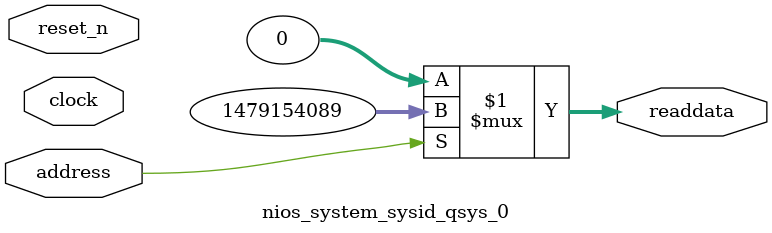
<source format=v>

`timescale 1ns / 1ps
// synthesis translate_on

// turn off superfluous verilog processor warnings 
// altera message_level Level1 
// altera message_off 10034 10035 10036 10037 10230 10240 10030 

module nios_system_sysid_qsys_0 (
               // inputs:
                address,
                clock,
                reset_n,

               // outputs:
                readdata
             )
;

  output  [ 31: 0] readdata;
  input            address;
  input            clock;
  input            reset_n;

  wire    [ 31: 0] readdata;
  //control_slave, which is an e_avalon_slave
  assign readdata = address ? 1479154089 : 0;

endmodule




</source>
